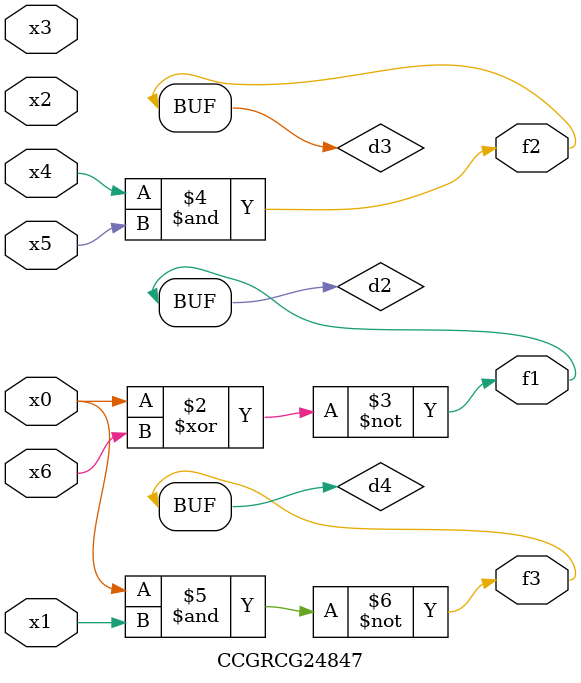
<source format=v>
module CCGRCG24847(
	input x0, x1, x2, x3, x4, x5, x6,
	output f1, f2, f3
);

	wire d1, d2, d3, d4;

	nor (d1, x0);
	xnor (d2, x0, x6);
	and (d3, x4, x5);
	nand (d4, x0, x1);
	assign f1 = d2;
	assign f2 = d3;
	assign f3 = d4;
endmodule

</source>
